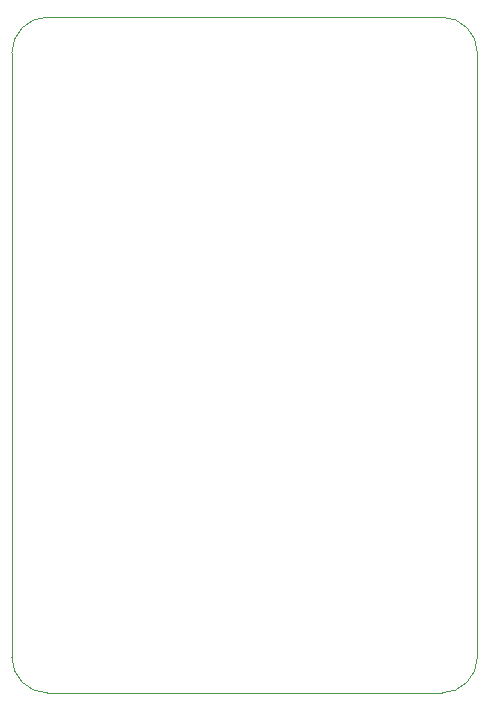
<source format=gbr>
%TF.GenerationSoftware,KiCad,Pcbnew,(5.1.9-0-10_14)*%
%TF.CreationDate,2021-05-04T15:56:22-07:00*%
%TF.ProjectId,fm-streamer,666d2d73-7472-4656-916d-65722e6b6963,rev?*%
%TF.SameCoordinates,Original*%
%TF.FileFunction,Profile,NP*%
%FSLAX46Y46*%
G04 Gerber Fmt 4.6, Leading zero omitted, Abs format (unit mm)*
G04 Created by KiCad (PCBNEW (5.1.9-0-10_14)) date 2021-05-04 15:56:22*
%MOMM*%
%LPD*%
G01*
G04 APERTURE LIST*
%TA.AperFunction,Profile*%
%ADD10C,0.050000*%
%TD*%
G04 APERTURE END LIST*
D10*
X149400000Y-117000000D02*
G75*
G02*
X146400000Y-120000000I-3000000J0D01*
G01*
X113000000Y-120000000D02*
G75*
G02*
X110000000Y-117000000I0J3000000D01*
G01*
X110000000Y-65800000D02*
G75*
G02*
X113000000Y-62800000I3000000J0D01*
G01*
X146400000Y-62800000D02*
G75*
G02*
X149400000Y-65800000I0J-3000000D01*
G01*
X149400000Y-65800000D02*
X149400000Y-117000000D01*
X110000000Y-117000000D02*
X110000000Y-65800000D01*
X146400000Y-120000000D02*
X113000000Y-120000000D01*
X113000000Y-62800000D02*
X146400000Y-62800000D01*
M02*

</source>
